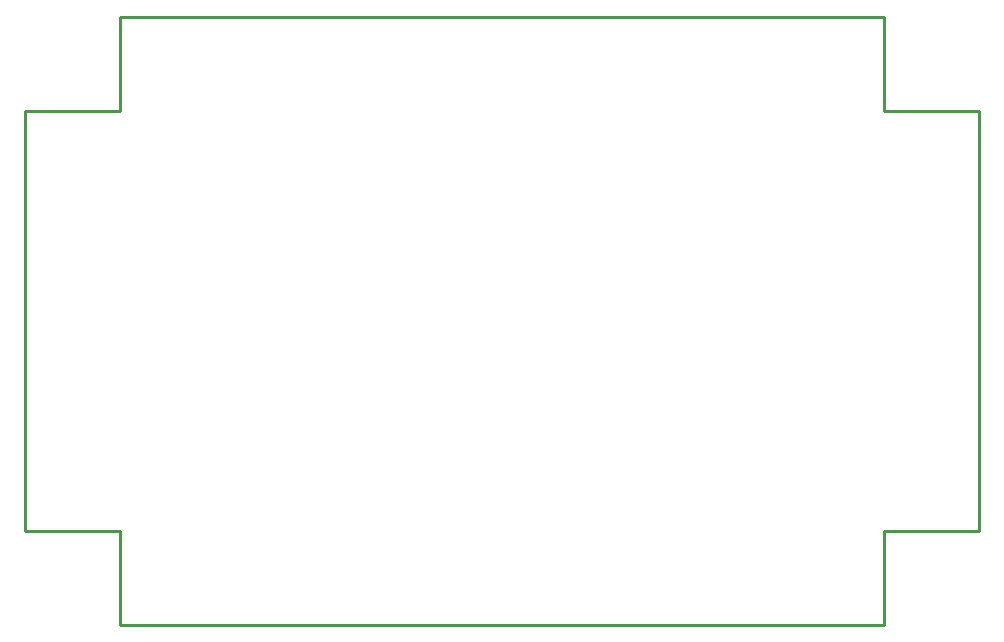
<source format=gbr>
%TF.GenerationSoftware,Altium Limited,Altium Designer,21.6.1 (37)*%
G04 Layer_Color=32768*
%FSLAX43Y43*%
%MOMM*%
%TF.SameCoordinates,1E6E8873-E5BF-4629-9129-2C513CDE5FDC*%
%TF.FilePolarity,Positive*%
%TF.FileFunction,Other,Board_Outline_(ES)*%
%TF.Part,Single*%
G01*
G75*
%TA.AperFunction,NonConductor*%
%ADD49C,0.254*%
D49*
X8000Y0D02*
Y8000D01*
X0D02*
X8000D01*
X0D02*
Y43500D01*
X8000D01*
Y51500D01*
X72700Y51500D01*
Y43500D02*
Y51500D01*
Y43500D02*
X80700D01*
Y8000D02*
Y43500D01*
X72700Y8000D02*
X80700D01*
X72700Y0D02*
Y8000D01*
X8000Y0D02*
X72700D01*
%TF.MD5,a772098c233d501423fe90e826e34150*%
M02*

</source>
